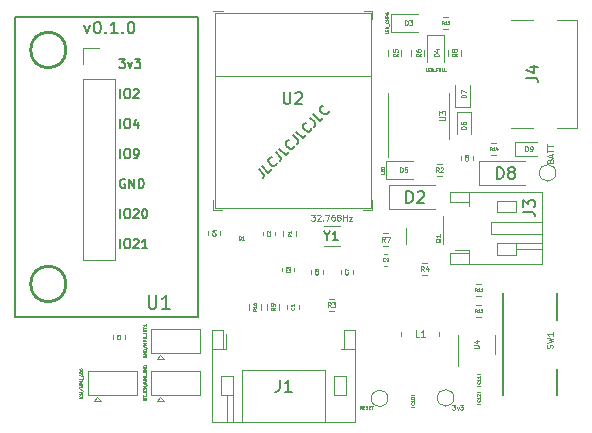
<source format=gbr>
%TF.GenerationSoftware,KiCad,Pcbnew,(6.0.2)*%
%TF.CreationDate,2022-03-17T07:21:37-04:00*%
%TF.ProjectId,ferrous_slime,66657272-6f75-4735-9f73-6c696d652e6b,v0.1.0*%
%TF.SameCoordinates,Original*%
%TF.FileFunction,Legend,Top*%
%TF.FilePolarity,Positive*%
%FSLAX46Y46*%
G04 Gerber Fmt 4.6, Leading zero omitted, Abs format (unit mm)*
G04 Created by KiCad (PCBNEW (6.0.2)) date 2022-03-17 07:21:37*
%MOMM*%
%LPD*%
G01*
G04 APERTURE LIST*
%ADD10C,0.200000*%
%ADD11C,0.150000*%
%ADD12C,0.050800*%
%ADD13C,0.060000*%
%ADD14C,0.076200*%
%ADD15C,0.127000*%
%ADD16C,0.100000*%
%ADD17C,0.152000*%
%ADD18C,0.088900*%
%ADD19C,0.120000*%
%ADD20C,0.203000*%
%ADD21C,0.254000*%
G04 APERTURE END LIST*
D10*
X56533857Y-31154714D02*
X56771952Y-31821380D01*
X57010047Y-31154714D01*
X57581476Y-30821380D02*
X57676714Y-30821380D01*
X57771952Y-30869000D01*
X57819571Y-30916619D01*
X57867190Y-31011857D01*
X57914809Y-31202333D01*
X57914809Y-31440428D01*
X57867190Y-31630904D01*
X57819571Y-31726142D01*
X57771952Y-31773761D01*
X57676714Y-31821380D01*
X57581476Y-31821380D01*
X57486238Y-31773761D01*
X57438619Y-31726142D01*
X57391000Y-31630904D01*
X57343380Y-31440428D01*
X57343380Y-31202333D01*
X57391000Y-31011857D01*
X57438619Y-30916619D01*
X57486238Y-30869000D01*
X57581476Y-30821380D01*
X58343380Y-31726142D02*
X58391000Y-31773761D01*
X58343380Y-31821380D01*
X58295761Y-31773761D01*
X58343380Y-31726142D01*
X58343380Y-31821380D01*
X59343380Y-31821380D02*
X58771952Y-31821380D01*
X59057666Y-31821380D02*
X59057666Y-30821380D01*
X58962428Y-30964238D01*
X58867190Y-31059476D01*
X58771952Y-31107095D01*
X59771952Y-31726142D02*
X59819571Y-31773761D01*
X59771952Y-31821380D01*
X59724333Y-31773761D01*
X59771952Y-31726142D01*
X59771952Y-31821380D01*
X60438619Y-30821380D02*
X60533857Y-30821380D01*
X60629095Y-30869000D01*
X60676714Y-30916619D01*
X60724333Y-31011857D01*
X60771952Y-31202333D01*
X60771952Y-31440428D01*
X60724333Y-31630904D01*
X60676714Y-31726142D01*
X60629095Y-31773761D01*
X60533857Y-31821380D01*
X60438619Y-31821380D01*
X60343380Y-31773761D01*
X60295761Y-31726142D01*
X60248142Y-31630904D01*
X60200523Y-31440428D01*
X60200523Y-31202333D01*
X60248142Y-31011857D01*
X60295761Y-30916619D01*
X60343380Y-30869000D01*
X60438619Y-30821380D01*
D11*
X71278479Y-43318551D02*
X71682540Y-43722612D01*
X71736415Y-43830362D01*
X71736415Y-43938112D01*
X71682540Y-44045861D01*
X71628666Y-44099736D01*
X72382913Y-43345489D02*
X72113539Y-43614863D01*
X71547853Y-43049177D01*
X72840849Y-42779803D02*
X72840849Y-42833678D01*
X72786974Y-42941428D01*
X72733099Y-42995302D01*
X72625350Y-43049177D01*
X72517600Y-43049177D01*
X72436788Y-43022240D01*
X72302101Y-42941428D01*
X72221289Y-42860615D01*
X72140476Y-42725928D01*
X72113539Y-42645116D01*
X72113539Y-42537367D01*
X72167414Y-42429617D01*
X72221289Y-42375742D01*
X72329038Y-42321867D01*
X72382913Y-42321867D01*
X72733099Y-41863932D02*
X73137160Y-42267993D01*
X73191035Y-42375742D01*
X73191035Y-42483492D01*
X73137160Y-42591241D01*
X73083285Y-42645116D01*
X73837533Y-41890869D02*
X73568159Y-42160243D01*
X73002473Y-41594558D01*
X74295468Y-41325184D02*
X74295468Y-41379058D01*
X74241594Y-41486808D01*
X74187719Y-41540683D01*
X74079969Y-41594558D01*
X73972220Y-41594558D01*
X73891407Y-41567620D01*
X73756720Y-41486808D01*
X73675908Y-41405996D01*
X73595096Y-41271309D01*
X73568159Y-41190497D01*
X73568159Y-41082747D01*
X73622033Y-40974997D01*
X73675908Y-40921123D01*
X73783658Y-40867248D01*
X73837533Y-40867248D01*
X74187719Y-40409312D02*
X74591780Y-40813373D01*
X74645655Y-40921123D01*
X74645655Y-41028872D01*
X74591780Y-41136622D01*
X74537905Y-41190497D01*
X75292152Y-40436249D02*
X75022778Y-40705623D01*
X74457093Y-40139938D01*
X75750088Y-39870564D02*
X75750088Y-39924439D01*
X75696213Y-40032188D01*
X75642338Y-40086063D01*
X75534589Y-40139938D01*
X75426839Y-40139938D01*
X75346027Y-40113001D01*
X75211340Y-40032188D01*
X75130528Y-39951376D01*
X75049716Y-39816689D01*
X75022778Y-39735877D01*
X75022778Y-39628127D01*
X75076653Y-39520378D01*
X75130528Y-39466503D01*
X75238277Y-39412628D01*
X75292152Y-39412628D01*
X75642338Y-38954692D02*
X76046399Y-39358753D01*
X76100274Y-39466503D01*
X76100274Y-39574253D01*
X76046399Y-39682002D01*
X75992525Y-39735877D01*
X76746772Y-38981630D02*
X76477398Y-39251004D01*
X75911712Y-38685318D01*
X77204708Y-38415944D02*
X77204708Y-38469819D01*
X77150833Y-38577569D01*
X77096958Y-38631443D01*
X76989209Y-38685318D01*
X76881459Y-38685318D01*
X76800647Y-38658381D01*
X76665960Y-38577569D01*
X76585148Y-38496756D01*
X76504335Y-38362069D01*
X76477398Y-38281257D01*
X76477398Y-38173508D01*
X76531273Y-38065758D01*
X76585148Y-38011883D01*
X76692897Y-37958008D01*
X76746772Y-37958008D01*
%TO.C,J1*%
X73072666Y-61174380D02*
X73072666Y-61888666D01*
X73025047Y-62031523D01*
X72929809Y-62126761D01*
X72786952Y-62174380D01*
X72691714Y-62174380D01*
X74072666Y-62174380D02*
X73501238Y-62174380D01*
X73786952Y-62174380D02*
X73786952Y-61174380D01*
X73691714Y-61317238D01*
X73596476Y-61412476D01*
X73501238Y-61460095D01*
D12*
%TO.C,R11*%
X89752714Y-53655894D02*
X89668047Y-53534942D01*
X89607571Y-53655894D02*
X89607571Y-53401894D01*
X89704333Y-53401894D01*
X89728523Y-53413990D01*
X89740619Y-53426085D01*
X89752714Y-53450275D01*
X89752714Y-53486561D01*
X89740619Y-53510751D01*
X89728523Y-53522847D01*
X89704333Y-53534942D01*
X89607571Y-53534942D01*
X89994619Y-53655894D02*
X89849476Y-53655894D01*
X89922047Y-53655894D02*
X89922047Y-53401894D01*
X89897857Y-53438180D01*
X89873666Y-53462370D01*
X89849476Y-53474466D01*
X90236523Y-53655894D02*
X90091380Y-53655894D01*
X90163952Y-53655894D02*
X90163952Y-53401894D01*
X90139761Y-53438180D01*
X90115571Y-53462370D01*
X90091380Y-53474466D01*
%TO.C,C10*%
X84418714Y-63102275D02*
X84430809Y-63114370D01*
X84442904Y-63150656D01*
X84442904Y-63174847D01*
X84430809Y-63211132D01*
X84406619Y-63235323D01*
X84382428Y-63247418D01*
X84334047Y-63259513D01*
X84297761Y-63259513D01*
X84249380Y-63247418D01*
X84225190Y-63235323D01*
X84201000Y-63211132D01*
X84188904Y-63174847D01*
X84188904Y-63150656D01*
X84201000Y-63114370D01*
X84213095Y-63102275D01*
X84442904Y-62860370D02*
X84442904Y-63005513D01*
X84442904Y-62932942D02*
X84188904Y-62932942D01*
X84225190Y-62957132D01*
X84249380Y-62981323D01*
X84261476Y-63005513D01*
X84188904Y-62703132D02*
X84188904Y-62678942D01*
X84201000Y-62654751D01*
X84213095Y-62642656D01*
X84237285Y-62630561D01*
X84285666Y-62618466D01*
X84346142Y-62618466D01*
X84394523Y-62630561D01*
X84418714Y-62642656D01*
X84430809Y-62654751D01*
X84442904Y-62678942D01*
X84442904Y-62703132D01*
X84430809Y-62727323D01*
X84418714Y-62739418D01*
X84394523Y-62751513D01*
X84346142Y-62763609D01*
X84285666Y-62763609D01*
X84237285Y-62751513D01*
X84213095Y-62739418D01*
X84201000Y-62727323D01*
X84188904Y-62703132D01*
%TO.C,R10*%
X71107904Y-55154285D02*
X70986952Y-55238952D01*
X71107904Y-55299428D02*
X70853904Y-55299428D01*
X70853904Y-55202666D01*
X70866000Y-55178476D01*
X70878095Y-55166380D01*
X70902285Y-55154285D01*
X70938571Y-55154285D01*
X70962761Y-55166380D01*
X70974857Y-55178476D01*
X70986952Y-55202666D01*
X70986952Y-55299428D01*
X71107904Y-54912380D02*
X71107904Y-55057523D01*
X71107904Y-54984952D02*
X70853904Y-54984952D01*
X70890190Y-55009142D01*
X70914380Y-55033333D01*
X70926476Y-55057523D01*
X70853904Y-54755142D02*
X70853904Y-54730952D01*
X70866000Y-54706761D01*
X70878095Y-54694666D01*
X70902285Y-54682571D01*
X70950666Y-54670476D01*
X71011142Y-54670476D01*
X71059523Y-54682571D01*
X71083714Y-54694666D01*
X71095809Y-54706761D01*
X71107904Y-54730952D01*
X71107904Y-54755142D01*
X71095809Y-54779333D01*
X71083714Y-54791428D01*
X71059523Y-54803523D01*
X71011142Y-54815619D01*
X70950666Y-54815619D01*
X70902285Y-54803523D01*
X70878095Y-54791428D01*
X70866000Y-54779333D01*
X70853904Y-54755142D01*
D13*
%TO.C,R3*%
X77403333Y-54991942D02*
X77270000Y-54801466D01*
X77174761Y-54991942D02*
X77174761Y-54591942D01*
X77327142Y-54591942D01*
X77365238Y-54610990D01*
X77384285Y-54630037D01*
X77403333Y-54668132D01*
X77403333Y-54725275D01*
X77384285Y-54763370D01*
X77365238Y-54782418D01*
X77327142Y-54801466D01*
X77174761Y-54801466D01*
X77536666Y-54591942D02*
X77784285Y-54591942D01*
X77650952Y-54744323D01*
X77708095Y-54744323D01*
X77746190Y-54763370D01*
X77765238Y-54782418D01*
X77784285Y-54820513D01*
X77784285Y-54915751D01*
X77765238Y-54953847D01*
X77746190Y-54972894D01*
X77708095Y-54991942D01*
X77593809Y-54991942D01*
X77555714Y-54972894D01*
X77536666Y-54953847D01*
D12*
%TO.C,C3*%
X73895857Y-51866800D02*
X73910371Y-51881314D01*
X73924885Y-51924857D01*
X73924885Y-51953885D01*
X73910371Y-51997428D01*
X73881342Y-52026457D01*
X73852314Y-52040971D01*
X73794257Y-52055485D01*
X73750714Y-52055485D01*
X73692657Y-52040971D01*
X73663628Y-52026457D01*
X73634600Y-51997428D01*
X73620085Y-51953885D01*
X73620085Y-51924857D01*
X73634600Y-51881314D01*
X73649114Y-51866800D01*
X73620085Y-51765200D02*
X73620085Y-51576514D01*
X73736200Y-51678114D01*
X73736200Y-51634571D01*
X73750714Y-51605542D01*
X73765228Y-51591028D01*
X73794257Y-51576514D01*
X73866828Y-51576514D01*
X73895857Y-51591028D01*
X73910371Y-51605542D01*
X73924885Y-51634571D01*
X73924885Y-51721657D01*
X73910371Y-51750685D01*
X73895857Y-51765200D01*
D14*
%TO.C,TP3*%
X87684428Y-63291357D02*
X87920285Y-63291357D01*
X87793285Y-63436500D01*
X87847714Y-63436500D01*
X87884000Y-63454642D01*
X87902142Y-63472785D01*
X87920285Y-63509071D01*
X87920285Y-63599785D01*
X87902142Y-63636071D01*
X87884000Y-63654214D01*
X87847714Y-63672357D01*
X87738857Y-63672357D01*
X87702571Y-63654214D01*
X87684428Y-63636071D01*
X88047285Y-63418357D02*
X88138000Y-63672357D01*
X88228714Y-63418357D01*
X88337571Y-63291357D02*
X88573428Y-63291357D01*
X88446428Y-63436500D01*
X88500857Y-63436500D01*
X88537142Y-63454642D01*
X88555285Y-63472785D01*
X88573428Y-63509071D01*
X88573428Y-63599785D01*
X88555285Y-63636071D01*
X88537142Y-63654214D01*
X88500857Y-63672357D01*
X88392000Y-63672357D01*
X88355714Y-63654214D01*
X88337571Y-63636071D01*
D13*
%TO.C,R9*%
X72697952Y-55057666D02*
X72507476Y-55191000D01*
X72697952Y-55286238D02*
X72297952Y-55286238D01*
X72297952Y-55133857D01*
X72317000Y-55095761D01*
X72336047Y-55076714D01*
X72374142Y-55057666D01*
X72431285Y-55057666D01*
X72469380Y-55076714D01*
X72488428Y-55095761D01*
X72507476Y-55133857D01*
X72507476Y-55286238D01*
X72697952Y-54867190D02*
X72697952Y-54791000D01*
X72678904Y-54752904D01*
X72659857Y-54733857D01*
X72602714Y-54695761D01*
X72526523Y-54676714D01*
X72374142Y-54676714D01*
X72336047Y-54695761D01*
X72317000Y-54714809D01*
X72297952Y-54752904D01*
X72297952Y-54829095D01*
X72317000Y-54867190D01*
X72336047Y-54886238D01*
X72374142Y-54905285D01*
X72469380Y-54905285D01*
X72507476Y-54886238D01*
X72526523Y-54867190D01*
X72545571Y-54829095D01*
X72545571Y-54752904D01*
X72526523Y-54714809D01*
X72507476Y-54695761D01*
X72469380Y-54676714D01*
%TO.C,R5*%
X83078952Y-33541656D02*
X82888476Y-33674990D01*
X83078952Y-33770228D02*
X82678952Y-33770228D01*
X82678952Y-33617847D01*
X82698000Y-33579751D01*
X82717047Y-33560704D01*
X82755142Y-33541656D01*
X82812285Y-33541656D01*
X82850380Y-33560704D01*
X82869428Y-33579751D01*
X82888476Y-33617847D01*
X82888476Y-33770228D01*
X82678952Y-33179751D02*
X82678952Y-33370228D01*
X82869428Y-33389275D01*
X82850380Y-33370228D01*
X82831333Y-33332132D01*
X82831333Y-33236894D01*
X82850380Y-33198799D01*
X82869428Y-33179751D01*
X82907523Y-33160704D01*
X83002761Y-33160704D01*
X83040857Y-33179751D01*
X83059904Y-33198799D01*
X83078952Y-33236894D01*
X83078952Y-33332132D01*
X83059904Y-33370228D01*
X83040857Y-33389275D01*
D12*
%TO.C,D5*%
X81902904Y-43597285D02*
X81902904Y-43718238D01*
X81648904Y-43718238D01*
X81769857Y-43512619D02*
X81769857Y-43427952D01*
X81902904Y-43391666D02*
X81902904Y-43512619D01*
X81648904Y-43512619D01*
X81648904Y-43391666D01*
X81902904Y-43282809D02*
X81648904Y-43282809D01*
X81648904Y-43222333D01*
X81661000Y-43186047D01*
X81685190Y-43161857D01*
X81709380Y-43149761D01*
X81757761Y-43137666D01*
X81794047Y-43137666D01*
X81842428Y-43149761D01*
X81866619Y-43161857D01*
X81890809Y-43186047D01*
X81902904Y-43222333D01*
X81902904Y-43282809D01*
D13*
X83270761Y-43561952D02*
X83270761Y-43161952D01*
X83366000Y-43161952D01*
X83423142Y-43181000D01*
X83461238Y-43219095D01*
X83480285Y-43257190D01*
X83499333Y-43333380D01*
X83499333Y-43390523D01*
X83480285Y-43466714D01*
X83461238Y-43504809D01*
X83423142Y-43542904D01*
X83366000Y-43561952D01*
X83270761Y-43561952D01*
X83861238Y-43161952D02*
X83670761Y-43161952D01*
X83651714Y-43352428D01*
X83670761Y-43333380D01*
X83708857Y-43314333D01*
X83804095Y-43314333D01*
X83842190Y-43333380D01*
X83861238Y-43352428D01*
X83880285Y-43390523D01*
X83880285Y-43485761D01*
X83861238Y-43523857D01*
X83842190Y-43542904D01*
X83804095Y-43561952D01*
X83708857Y-43561952D01*
X83670761Y-43542904D01*
X83651714Y-43523857D01*
D12*
%TO.C,TP1*%
X80022095Y-63614904D02*
X79937428Y-63493952D01*
X79876952Y-63614904D02*
X79876952Y-63360904D01*
X79973714Y-63360904D01*
X79997904Y-63373000D01*
X80010000Y-63385095D01*
X80022095Y-63409285D01*
X80022095Y-63445571D01*
X80010000Y-63469761D01*
X79997904Y-63481857D01*
X79973714Y-63493952D01*
X79876952Y-63493952D01*
X80130952Y-63481857D02*
X80215619Y-63481857D01*
X80251904Y-63614904D02*
X80130952Y-63614904D01*
X80130952Y-63360904D01*
X80251904Y-63360904D01*
X80348666Y-63602809D02*
X80384952Y-63614904D01*
X80445428Y-63614904D01*
X80469619Y-63602809D01*
X80481714Y-63590714D01*
X80493809Y-63566523D01*
X80493809Y-63542333D01*
X80481714Y-63518142D01*
X80469619Y-63506047D01*
X80445428Y-63493952D01*
X80397047Y-63481857D01*
X80372857Y-63469761D01*
X80360761Y-63457666D01*
X80348666Y-63433476D01*
X80348666Y-63409285D01*
X80360761Y-63385095D01*
X80372857Y-63373000D01*
X80397047Y-63360904D01*
X80457523Y-63360904D01*
X80493809Y-63373000D01*
X80602666Y-63481857D02*
X80687333Y-63481857D01*
X80723619Y-63614904D02*
X80602666Y-63614904D01*
X80602666Y-63360904D01*
X80723619Y-63360904D01*
X80796190Y-63360904D02*
X80941333Y-63360904D01*
X80868761Y-63614904D02*
X80868761Y-63360904D01*
%TO.C,D3*%
X82283904Y-31709095D02*
X82283904Y-31830047D01*
X82029904Y-31830047D01*
X82150857Y-31624428D02*
X82150857Y-31539761D01*
X82283904Y-31503476D02*
X82283904Y-31624428D01*
X82029904Y-31624428D01*
X82029904Y-31503476D01*
X82283904Y-31394619D02*
X82029904Y-31394619D01*
X82029904Y-31334142D01*
X82042000Y-31297857D01*
X82066190Y-31273666D01*
X82090380Y-31261571D01*
X82138761Y-31249476D01*
X82175047Y-31249476D01*
X82223428Y-31261571D01*
X82247619Y-31273666D01*
X82271809Y-31297857D01*
X82283904Y-31334142D01*
X82283904Y-31394619D01*
X82308095Y-31201095D02*
X82308095Y-31007571D01*
X82259714Y-30801952D02*
X82271809Y-30814047D01*
X82283904Y-30850333D01*
X82283904Y-30874523D01*
X82271809Y-30910809D01*
X82247619Y-30935000D01*
X82223428Y-30947095D01*
X82175047Y-30959190D01*
X82138761Y-30959190D01*
X82090380Y-30947095D01*
X82066190Y-30935000D01*
X82042000Y-30910809D01*
X82029904Y-30874523D01*
X82029904Y-30850333D01*
X82042000Y-30814047D01*
X82054095Y-30801952D01*
X82283904Y-30693095D02*
X82029904Y-30693095D01*
X82150857Y-30693095D02*
X82150857Y-30547952D01*
X82283904Y-30547952D02*
X82029904Y-30547952D01*
X82283904Y-30281857D02*
X82162952Y-30366523D01*
X82283904Y-30427000D02*
X82029904Y-30427000D01*
X82029904Y-30330238D01*
X82042000Y-30306047D01*
X82054095Y-30293952D01*
X82078285Y-30281857D01*
X82114571Y-30281857D01*
X82138761Y-30293952D01*
X82150857Y-30306047D01*
X82162952Y-30330238D01*
X82162952Y-30427000D01*
X82042000Y-30039952D02*
X82029904Y-30064142D01*
X82029904Y-30100428D01*
X82042000Y-30136714D01*
X82066190Y-30160904D01*
X82090380Y-30173000D01*
X82138761Y-30185095D01*
X82175047Y-30185095D01*
X82223428Y-30173000D01*
X82247619Y-30160904D01*
X82271809Y-30136714D01*
X82283904Y-30100428D01*
X82283904Y-30076238D01*
X82271809Y-30039952D01*
X82259714Y-30027857D01*
X82175047Y-30027857D01*
X82175047Y-30076238D01*
D13*
X83685772Y-31115942D02*
X83685772Y-30715942D01*
X83781011Y-30715942D01*
X83838153Y-30734990D01*
X83876249Y-30773085D01*
X83895296Y-30811180D01*
X83914344Y-30887370D01*
X83914344Y-30944513D01*
X83895296Y-31020704D01*
X83876249Y-31058799D01*
X83838153Y-31096894D01*
X83781011Y-31115942D01*
X83685772Y-31115942D01*
X84047677Y-30715942D02*
X84295296Y-30715942D01*
X84161963Y-30868323D01*
X84219106Y-30868323D01*
X84257201Y-30887370D01*
X84276249Y-30906418D01*
X84295296Y-30944513D01*
X84295296Y-31039751D01*
X84276249Y-31077847D01*
X84257201Y-31096894D01*
X84219106Y-31115942D01*
X84104820Y-31115942D01*
X84066725Y-31096894D01*
X84047677Y-31077847D01*
%TO.C,R7*%
X81975333Y-49456952D02*
X81842000Y-49266476D01*
X81746761Y-49456952D02*
X81746761Y-49056952D01*
X81899142Y-49056952D01*
X81937238Y-49076000D01*
X81956285Y-49095047D01*
X81975333Y-49133142D01*
X81975333Y-49190285D01*
X81956285Y-49228380D01*
X81937238Y-49247428D01*
X81899142Y-49266476D01*
X81746761Y-49266476D01*
X82108666Y-49056952D02*
X82375333Y-49056952D01*
X82203904Y-49456952D01*
%TO.C,Q1*%
X86706047Y-49187095D02*
X86687000Y-49225190D01*
X86648904Y-49263285D01*
X86591761Y-49320428D01*
X86572714Y-49358523D01*
X86572714Y-49396619D01*
X86667952Y-49377571D02*
X86648904Y-49415666D01*
X86610809Y-49453761D01*
X86534619Y-49472809D01*
X86401285Y-49472809D01*
X86325095Y-49453761D01*
X86287000Y-49415666D01*
X86267952Y-49377571D01*
X86267952Y-49301380D01*
X86287000Y-49263285D01*
X86325095Y-49225190D01*
X86401285Y-49206142D01*
X86534619Y-49206142D01*
X86610809Y-49225190D01*
X86648904Y-49263285D01*
X86667952Y-49301380D01*
X86667952Y-49377571D01*
X86667952Y-48825190D02*
X86667952Y-49053761D01*
X86667952Y-48939476D02*
X86267952Y-48939476D01*
X86325095Y-48977571D01*
X86363190Y-49015666D01*
X86382238Y-49053761D01*
D11*
%TO.C,D2*%
X83793904Y-46172380D02*
X83793904Y-45172380D01*
X84032000Y-45172380D01*
X84174857Y-45220000D01*
X84270095Y-45315238D01*
X84317714Y-45410476D01*
X84365333Y-45600952D01*
X84365333Y-45743809D01*
X84317714Y-45934285D01*
X84270095Y-46029523D01*
X84174857Y-46124761D01*
X84032000Y-46172380D01*
X83793904Y-46172380D01*
X84746285Y-45267619D02*
X84793904Y-45220000D01*
X84889142Y-45172380D01*
X85127238Y-45172380D01*
X85222476Y-45220000D01*
X85270095Y-45267619D01*
X85317714Y-45362857D01*
X85317714Y-45458095D01*
X85270095Y-45600952D01*
X84698666Y-46172380D01*
X85317714Y-46172380D01*
D13*
%TO.C,R4*%
X85277333Y-51943952D02*
X85144000Y-51753476D01*
X85048761Y-51943952D02*
X85048761Y-51543952D01*
X85201142Y-51543952D01*
X85239238Y-51563000D01*
X85258285Y-51582047D01*
X85277333Y-51620142D01*
X85277333Y-51677285D01*
X85258285Y-51715380D01*
X85239238Y-51734428D01*
X85201142Y-51753476D01*
X85048761Y-51753476D01*
X85620190Y-51677285D02*
X85620190Y-51943952D01*
X85524952Y-51524904D02*
X85429714Y-51810619D01*
X85677333Y-51810619D01*
D12*
%TO.C,C9*%
X81991200Y-51109847D02*
X81976685Y-51124361D01*
X81933142Y-51138875D01*
X81904114Y-51138875D01*
X81860571Y-51124361D01*
X81831542Y-51095332D01*
X81817028Y-51066304D01*
X81802514Y-51008247D01*
X81802514Y-50964704D01*
X81817028Y-50906647D01*
X81831542Y-50877618D01*
X81860571Y-50848590D01*
X81904114Y-50834075D01*
X81933142Y-50834075D01*
X81976685Y-50848590D01*
X81991200Y-50863104D01*
X82136342Y-51138875D02*
X82194400Y-51138875D01*
X82223428Y-51124361D01*
X82237942Y-51109847D01*
X82266971Y-51066304D01*
X82281485Y-51008247D01*
X82281485Y-50892132D01*
X82266971Y-50863104D01*
X82252457Y-50848590D01*
X82223428Y-50834075D01*
X82165371Y-50834075D01*
X82136342Y-50848590D01*
X82121828Y-50863104D01*
X82107314Y-50892132D01*
X82107314Y-50964704D01*
X82121828Y-50993732D01*
X82136342Y-51008247D01*
X82165371Y-51022761D01*
X82223428Y-51022761D01*
X82252457Y-51008247D01*
X82266971Y-50993732D01*
X82281485Y-50964704D01*
%TO.C,C5*%
X59526714Y-57573333D02*
X59538809Y-57585428D01*
X59550904Y-57621714D01*
X59550904Y-57645904D01*
X59538809Y-57682190D01*
X59514619Y-57706380D01*
X59490428Y-57718476D01*
X59442047Y-57730571D01*
X59405761Y-57730571D01*
X59357380Y-57718476D01*
X59333190Y-57706380D01*
X59309000Y-57682190D01*
X59296904Y-57645904D01*
X59296904Y-57621714D01*
X59309000Y-57585428D01*
X59321095Y-57573333D01*
X59296904Y-57343523D02*
X59296904Y-57464476D01*
X59417857Y-57476571D01*
X59405761Y-57464476D01*
X59393666Y-57440285D01*
X59393666Y-57379809D01*
X59405761Y-57355619D01*
X59417857Y-57343523D01*
X59442047Y-57331428D01*
X59502523Y-57331428D01*
X59526714Y-57343523D01*
X59538809Y-57355619D01*
X59550904Y-57379809D01*
X59550904Y-57440285D01*
X59538809Y-57464476D01*
X59526714Y-57476571D01*
D14*
%TO.C,Y1*%
X75740380Y-47166789D02*
X76054857Y-47166789D01*
X75885523Y-47360313D01*
X75958095Y-47360313D01*
X76006476Y-47384503D01*
X76030666Y-47408694D01*
X76054857Y-47457075D01*
X76054857Y-47578027D01*
X76030666Y-47626408D01*
X76006476Y-47650599D01*
X75958095Y-47674789D01*
X75812952Y-47674789D01*
X75764571Y-47650599D01*
X75740380Y-47626408D01*
X76248380Y-47215170D02*
X76272571Y-47190980D01*
X76320952Y-47166789D01*
X76441904Y-47166789D01*
X76490285Y-47190980D01*
X76514476Y-47215170D01*
X76538666Y-47263551D01*
X76538666Y-47311932D01*
X76514476Y-47384503D01*
X76224190Y-47674789D01*
X76538666Y-47674789D01*
X76756380Y-47626408D02*
X76780571Y-47650599D01*
X76756380Y-47674789D01*
X76732190Y-47650599D01*
X76756380Y-47626408D01*
X76756380Y-47674789D01*
X76949904Y-47166789D02*
X77288571Y-47166789D01*
X77070857Y-47674789D01*
X77699809Y-47166789D02*
X77603047Y-47166789D01*
X77554666Y-47190980D01*
X77530476Y-47215170D01*
X77482095Y-47287741D01*
X77457904Y-47384503D01*
X77457904Y-47578027D01*
X77482095Y-47626408D01*
X77506285Y-47650599D01*
X77554666Y-47674789D01*
X77651428Y-47674789D01*
X77699809Y-47650599D01*
X77724000Y-47626408D01*
X77748190Y-47578027D01*
X77748190Y-47457075D01*
X77724000Y-47408694D01*
X77699809Y-47384503D01*
X77651428Y-47360313D01*
X77554666Y-47360313D01*
X77506285Y-47384503D01*
X77482095Y-47408694D01*
X77457904Y-47457075D01*
X78038476Y-47384503D02*
X77990095Y-47360313D01*
X77965904Y-47336122D01*
X77941714Y-47287741D01*
X77941714Y-47263551D01*
X77965904Y-47215170D01*
X77990095Y-47190980D01*
X78038476Y-47166789D01*
X78135238Y-47166789D01*
X78183619Y-47190980D01*
X78207809Y-47215170D01*
X78232000Y-47263551D01*
X78232000Y-47287741D01*
X78207809Y-47336122D01*
X78183619Y-47360313D01*
X78135238Y-47384503D01*
X78038476Y-47384503D01*
X77990095Y-47408694D01*
X77965904Y-47432884D01*
X77941714Y-47481265D01*
X77941714Y-47578027D01*
X77965904Y-47626408D01*
X77990095Y-47650599D01*
X78038476Y-47674789D01*
X78135238Y-47674789D01*
X78183619Y-47650599D01*
X78207809Y-47626408D01*
X78232000Y-47578027D01*
X78232000Y-47481265D01*
X78207809Y-47432884D01*
X78183619Y-47408694D01*
X78135238Y-47384503D01*
X78449714Y-47674789D02*
X78449714Y-47166789D01*
X78449714Y-47408694D02*
X78740000Y-47408694D01*
X78740000Y-47674789D02*
X78740000Y-47166789D01*
X78933523Y-47336122D02*
X79199619Y-47336122D01*
X78933523Y-47674789D01*
X79199619Y-47674789D01*
D15*
X77107142Y-48950837D02*
X77107142Y-49313694D01*
X76853142Y-48551694D02*
X77107142Y-48950837D01*
X77361142Y-48551694D01*
X78014285Y-49313694D02*
X77578857Y-49313694D01*
X77796571Y-49313694D02*
X77796571Y-48551694D01*
X77724000Y-48660551D01*
X77651428Y-48733122D01*
X77578857Y-48769408D01*
D13*
%TO.C,U4*%
X89527574Y-58470761D02*
X89851383Y-58470761D01*
X89889479Y-58451714D01*
X89908526Y-58432666D01*
X89927574Y-58394571D01*
X89927574Y-58318380D01*
X89908526Y-58280285D01*
X89889479Y-58261238D01*
X89851383Y-58242190D01*
X89527574Y-58242190D01*
X89660907Y-57880285D02*
X89927574Y-57880285D01*
X89508526Y-57975523D02*
X89794241Y-58070761D01*
X89794241Y-57823142D01*
D11*
%TO.C,J3*%
X93686380Y-46942333D02*
X94400666Y-46942333D01*
X94543523Y-46989952D01*
X94638761Y-47085190D01*
X94686380Y-47228047D01*
X94686380Y-47323285D01*
X93686380Y-46561380D02*
X93686380Y-45942333D01*
X94067333Y-46275666D01*
X94067333Y-46132809D01*
X94114952Y-46037571D01*
X94162571Y-45989952D01*
X94257809Y-45942333D01*
X94495904Y-45942333D01*
X94591142Y-45989952D01*
X94638761Y-46037571D01*
X94686380Y-46132809D01*
X94686380Y-46418523D01*
X94638761Y-46513761D01*
X94591142Y-46561380D01*
D12*
%TO.C,R12*%
X89752714Y-55433894D02*
X89668047Y-55312942D01*
X89607571Y-55433894D02*
X89607571Y-55179894D01*
X89704333Y-55179894D01*
X89728523Y-55191990D01*
X89740619Y-55204085D01*
X89752714Y-55228275D01*
X89752714Y-55264561D01*
X89740619Y-55288751D01*
X89728523Y-55300847D01*
X89704333Y-55312942D01*
X89607571Y-55312942D01*
X89994619Y-55433894D02*
X89849476Y-55433894D01*
X89922047Y-55433894D02*
X89922047Y-55179894D01*
X89897857Y-55216180D01*
X89873666Y-55240370D01*
X89849476Y-55252466D01*
X90091380Y-55204085D02*
X90103476Y-55191990D01*
X90127666Y-55179894D01*
X90188142Y-55179894D01*
X90212333Y-55191990D01*
X90224428Y-55204085D01*
X90236523Y-55228275D01*
X90236523Y-55252466D01*
X90224428Y-55288751D01*
X90079285Y-55433894D01*
X90236523Y-55433894D01*
%TO.C,C1*%
X74276857Y-55041800D02*
X74291371Y-55056314D01*
X74305885Y-55099857D01*
X74305885Y-55128885D01*
X74291371Y-55172428D01*
X74262342Y-55201457D01*
X74233314Y-55215971D01*
X74175257Y-55230485D01*
X74131714Y-55230485D01*
X74073657Y-55215971D01*
X74044628Y-55201457D01*
X74015600Y-55172428D01*
X74001085Y-55128885D01*
X74001085Y-55099857D01*
X74015600Y-55056314D01*
X74030114Y-55041800D01*
X74305885Y-54751514D02*
X74305885Y-54925685D01*
X74305885Y-54838600D02*
X74001085Y-54838600D01*
X74044628Y-54867628D01*
X74073657Y-54896657D01*
X74088171Y-54925685D01*
D13*
%TO.C,R8*%
X88064952Y-33531674D02*
X87874476Y-33665008D01*
X88064952Y-33760246D02*
X87664952Y-33760246D01*
X87664952Y-33607865D01*
X87684000Y-33569769D01*
X87703047Y-33550722D01*
X87741142Y-33531674D01*
X87798285Y-33531674D01*
X87836380Y-33550722D01*
X87855428Y-33569769D01*
X87874476Y-33607865D01*
X87874476Y-33760246D01*
X87836380Y-33303103D02*
X87817333Y-33341198D01*
X87798285Y-33360246D01*
X87760190Y-33379293D01*
X87741142Y-33379293D01*
X87703047Y-33360246D01*
X87684000Y-33341198D01*
X87664952Y-33303103D01*
X87664952Y-33226912D01*
X87684000Y-33188817D01*
X87703047Y-33169769D01*
X87741142Y-33150722D01*
X87760190Y-33150722D01*
X87798285Y-33169769D01*
X87817333Y-33188817D01*
X87836380Y-33226912D01*
X87836380Y-33303103D01*
X87855428Y-33341198D01*
X87874476Y-33360246D01*
X87912571Y-33379293D01*
X87988761Y-33379293D01*
X88026857Y-33360246D01*
X88045904Y-33341198D01*
X88064952Y-33303103D01*
X88064952Y-33226912D01*
X88045904Y-33188817D01*
X88026857Y-33169769D01*
X87988761Y-33150722D01*
X87912571Y-33150722D01*
X87874476Y-33169769D01*
X87855428Y-33188817D01*
X87836380Y-33226912D01*
D12*
%TO.C,D4*%
X85558840Y-35026511D02*
X85437888Y-35026511D01*
X85437888Y-34772511D01*
X85643507Y-34893464D02*
X85728173Y-34893464D01*
X85764459Y-35026511D02*
X85643507Y-35026511D01*
X85643507Y-34772511D01*
X85764459Y-34772511D01*
X85873316Y-35026511D02*
X85873316Y-34772511D01*
X85933792Y-34772511D01*
X85970078Y-34784607D01*
X85994269Y-34808797D01*
X86006364Y-34832987D01*
X86018459Y-34881368D01*
X86018459Y-34917654D01*
X86006364Y-34966035D01*
X85994269Y-34990226D01*
X85970078Y-35014416D01*
X85933792Y-35026511D01*
X85873316Y-35026511D01*
X86066840Y-35050702D02*
X86260364Y-35050702D01*
X86405507Y-34893464D02*
X86320840Y-34893464D01*
X86320840Y-35026511D02*
X86320840Y-34772511D01*
X86441792Y-34772511D01*
X86538554Y-34772511D02*
X86538554Y-34978130D01*
X86550650Y-35002321D01*
X86562745Y-35014416D01*
X86586935Y-35026511D01*
X86635316Y-35026511D01*
X86659507Y-35014416D01*
X86671602Y-35002321D01*
X86683697Y-34978130D01*
X86683697Y-34772511D01*
X86925602Y-35026511D02*
X86804650Y-35026511D01*
X86804650Y-34772511D01*
X87131221Y-35026511D02*
X87010269Y-35026511D01*
X87010269Y-34772511D01*
D13*
X86532357Y-33730703D02*
X86151357Y-33730703D01*
X86151357Y-33639989D01*
X86169500Y-33585560D01*
X86205785Y-33549274D01*
X86242071Y-33531131D01*
X86314642Y-33512989D01*
X86369071Y-33512989D01*
X86441642Y-33531131D01*
X86477928Y-33549274D01*
X86514214Y-33585560D01*
X86532357Y-33639989D01*
X86532357Y-33730703D01*
X86278357Y-33186417D02*
X86532357Y-33186417D01*
X86133214Y-33277131D02*
X86405357Y-33367846D01*
X86405357Y-33131989D01*
%TO.C,D7*%
X88826952Y-37252238D02*
X88426952Y-37252238D01*
X88426952Y-37157000D01*
X88446000Y-37099857D01*
X88484095Y-37061761D01*
X88522190Y-37042714D01*
X88598380Y-37023666D01*
X88655523Y-37023666D01*
X88731714Y-37042714D01*
X88769809Y-37061761D01*
X88807904Y-37099857D01*
X88826952Y-37157000D01*
X88826952Y-37252238D01*
X88426952Y-36890333D02*
X88426952Y-36623666D01*
X88826952Y-36795095D01*
%TO.C,D6*%
X88826952Y-39919238D02*
X88426952Y-39919238D01*
X88426952Y-39824000D01*
X88446000Y-39766857D01*
X88484095Y-39728761D01*
X88522190Y-39709714D01*
X88598380Y-39690666D01*
X88655523Y-39690666D01*
X88731714Y-39709714D01*
X88769809Y-39728761D01*
X88807904Y-39766857D01*
X88826952Y-39824000D01*
X88826952Y-39919238D01*
X88426952Y-39347809D02*
X88426952Y-39424000D01*
X88446000Y-39462095D01*
X88465047Y-39481142D01*
X88522190Y-39519238D01*
X88598380Y-39538285D01*
X88750761Y-39538285D01*
X88788857Y-39519238D01*
X88807904Y-39500190D01*
X88826952Y-39462095D01*
X88826952Y-39385904D01*
X88807904Y-39347809D01*
X88788857Y-39328761D01*
X88750761Y-39309714D01*
X88655523Y-39309714D01*
X88617428Y-39328761D01*
X88598380Y-39347809D01*
X88579333Y-39385904D01*
X88579333Y-39462095D01*
X88598380Y-39500190D01*
X88617428Y-39519238D01*
X88655523Y-39538285D01*
D11*
%TO.C,D8*%
X91463904Y-44140380D02*
X91463904Y-43140380D01*
X91702000Y-43140380D01*
X91844857Y-43188000D01*
X91940095Y-43283238D01*
X91987714Y-43378476D01*
X92035333Y-43568952D01*
X92035333Y-43711809D01*
X91987714Y-43902285D01*
X91940095Y-43997523D01*
X91844857Y-44092761D01*
X91702000Y-44140380D01*
X91463904Y-44140380D01*
X92606761Y-43568952D02*
X92511523Y-43521333D01*
X92463904Y-43473714D01*
X92416285Y-43378476D01*
X92416285Y-43330857D01*
X92463904Y-43235619D01*
X92511523Y-43188000D01*
X92606761Y-43140380D01*
X92797238Y-43140380D01*
X92892476Y-43188000D01*
X92940095Y-43235619D01*
X92987714Y-43330857D01*
X92987714Y-43378476D01*
X92940095Y-43473714D01*
X92892476Y-43521333D01*
X92797238Y-43568952D01*
X92606761Y-43568952D01*
X92511523Y-43616571D01*
X92463904Y-43664190D01*
X92416285Y-43759428D01*
X92416285Y-43949904D01*
X92463904Y-44045142D01*
X92511523Y-44092761D01*
X92606761Y-44140380D01*
X92797238Y-44140380D01*
X92892476Y-44092761D01*
X92940095Y-44045142D01*
X92987714Y-43949904D01*
X92987714Y-43759428D01*
X92940095Y-43664190D01*
X92892476Y-43616571D01*
X92797238Y-43568952D01*
D16*
%TO.C,SW1*%
X96168381Y-58479657D02*
X96192191Y-58408229D01*
X96192191Y-58289181D01*
X96168381Y-58241562D01*
X96144572Y-58217752D01*
X96096953Y-58193943D01*
X96049334Y-58193943D01*
X96001715Y-58217752D01*
X95977905Y-58241562D01*
X95954096Y-58289181D01*
X95930286Y-58384419D01*
X95906477Y-58432038D01*
X95882667Y-58455848D01*
X95835048Y-58479657D01*
X95787429Y-58479657D01*
X95739810Y-58455848D01*
X95716001Y-58432038D01*
X95692191Y-58384419D01*
X95692191Y-58265371D01*
X95716001Y-58193943D01*
X95692191Y-58027276D02*
X96192191Y-57908229D01*
X95835048Y-57812991D01*
X96192191Y-57717752D01*
X95692191Y-57598705D01*
X96192191Y-57146324D02*
X96192191Y-57432038D01*
X96192191Y-57289181D02*
X95692191Y-57289181D01*
X95763620Y-57336800D01*
X95811239Y-57384419D01*
X95835048Y-57432038D01*
D11*
%TO.C,U2*%
X73406162Y-36790380D02*
X73406162Y-37599904D01*
X73453781Y-37695142D01*
X73501400Y-37742761D01*
X73596638Y-37790380D01*
X73787114Y-37790380D01*
X73882352Y-37742761D01*
X73929971Y-37695142D01*
X73977590Y-37599904D01*
X73977590Y-36790380D01*
X74406162Y-36885619D02*
X74453781Y-36838000D01*
X74549019Y-36790380D01*
X74787114Y-36790380D01*
X74882352Y-36838000D01*
X74929971Y-36885619D01*
X74977590Y-36980857D01*
X74977590Y-37076095D01*
X74929971Y-37218952D01*
X74358543Y-37790380D01*
X74977590Y-37790380D01*
D12*
%TO.C,JP1*%
X56375904Y-62731952D02*
X56121904Y-62731952D01*
X56351714Y-62465857D02*
X56363809Y-62477952D01*
X56375904Y-62514238D01*
X56375904Y-62538428D01*
X56363809Y-62574714D01*
X56339619Y-62598904D01*
X56315428Y-62611000D01*
X56267047Y-62623095D01*
X56230761Y-62623095D01*
X56182380Y-62611000D01*
X56158190Y-62598904D01*
X56134000Y-62574714D01*
X56121904Y-62538428D01*
X56121904Y-62514238D01*
X56134000Y-62477952D01*
X56146095Y-62465857D01*
X56375904Y-62357000D02*
X56121904Y-62357000D01*
X56303333Y-62272333D01*
X56121904Y-62187666D01*
X56375904Y-62187666D01*
X56109809Y-61885285D02*
X56436380Y-62103000D01*
X56375904Y-61800619D02*
X56121904Y-61800619D01*
X56303333Y-61715952D01*
X56121904Y-61631285D01*
X56375904Y-61631285D01*
X56375904Y-61510333D02*
X56121904Y-61510333D01*
X56121904Y-61413571D01*
X56134000Y-61389380D01*
X56146095Y-61377285D01*
X56170285Y-61365190D01*
X56206571Y-61365190D01*
X56230761Y-61377285D01*
X56242857Y-61389380D01*
X56254952Y-61413571D01*
X56254952Y-61510333D01*
X56121904Y-61256333D02*
X56327523Y-61256333D01*
X56351714Y-61244238D01*
X56363809Y-61232142D01*
X56375904Y-61207952D01*
X56375904Y-61159571D01*
X56363809Y-61135380D01*
X56351714Y-61123285D01*
X56327523Y-61111190D01*
X56121904Y-61111190D01*
X56400095Y-61050714D02*
X56400095Y-60857190D01*
X56303333Y-60808809D02*
X56303333Y-60687857D01*
X56375904Y-60833000D02*
X56121904Y-60748333D01*
X56375904Y-60663666D01*
X56375904Y-60579000D02*
X56121904Y-60579000D01*
X56121904Y-60518523D01*
X56134000Y-60482238D01*
X56158190Y-60458047D01*
X56182380Y-60445952D01*
X56230761Y-60433857D01*
X56267047Y-60433857D01*
X56315428Y-60445952D01*
X56339619Y-60458047D01*
X56363809Y-60482238D01*
X56375904Y-60518523D01*
X56375904Y-60579000D01*
X56121904Y-60276619D02*
X56121904Y-60252428D01*
X56134000Y-60228238D01*
X56146095Y-60216142D01*
X56170285Y-60204047D01*
X56218666Y-60191952D01*
X56279142Y-60191952D01*
X56327523Y-60204047D01*
X56351714Y-60216142D01*
X56363809Y-60228238D01*
X56375904Y-60252428D01*
X56375904Y-60276619D01*
X56363809Y-60300809D01*
X56351714Y-60312904D01*
X56327523Y-60325000D01*
X56279142Y-60337095D01*
X56218666Y-60337095D01*
X56170285Y-60325000D01*
X56146095Y-60312904D01*
X56134000Y-60300809D01*
X56121904Y-60276619D01*
D11*
%TO.C,J4*%
X93940380Y-35586323D02*
X94654666Y-35586323D01*
X94797523Y-35633942D01*
X94892761Y-35729180D01*
X94940380Y-35872037D01*
X94940380Y-35967275D01*
X94273714Y-34681561D02*
X94940380Y-34681561D01*
X93892761Y-34919656D02*
X94607047Y-35157751D01*
X94607047Y-34538704D01*
D17*
%TO.C,U1*%
X61965942Y-53984071D02*
X61965942Y-54909357D01*
X62020371Y-55018214D01*
X62074800Y-55072642D01*
X62183657Y-55127071D01*
X62401371Y-55127071D01*
X62510228Y-55072642D01*
X62564657Y-55018214D01*
X62619085Y-54909357D01*
X62619085Y-53984071D01*
X63762085Y-55127071D02*
X63108942Y-55127071D01*
X63435514Y-55127071D02*
X63435514Y-53984071D01*
X63326657Y-54147357D01*
X63217800Y-54256214D01*
X63108942Y-54310642D01*
D14*
%TO.C,TP2*%
X95975714Y-42605476D02*
X95999904Y-42532904D01*
X96024095Y-42508714D01*
X96072476Y-42484523D01*
X96145047Y-42484523D01*
X96193428Y-42508714D01*
X96217619Y-42532904D01*
X96241809Y-42581285D01*
X96241809Y-42774809D01*
X95733809Y-42774809D01*
X95733809Y-42605476D01*
X95758000Y-42557095D01*
X95782190Y-42532904D01*
X95830571Y-42508714D01*
X95878952Y-42508714D01*
X95927333Y-42532904D01*
X95951523Y-42557095D01*
X95975714Y-42605476D01*
X95975714Y-42774809D01*
X96096666Y-42291000D02*
X96096666Y-42049095D01*
X96241809Y-42339380D02*
X95733809Y-42170047D01*
X96241809Y-42000714D01*
X95733809Y-41903952D02*
X95733809Y-41613666D01*
X96241809Y-41758809D02*
X95733809Y-41758809D01*
X95733809Y-41516904D02*
X95733809Y-41226619D01*
X96241809Y-41371761D02*
X95733809Y-41371761D01*
D12*
%TO.C,C12*%
X89993709Y-62848275D02*
X90005804Y-62860370D01*
X90017899Y-62896656D01*
X90017899Y-62920847D01*
X90005804Y-62957132D01*
X89981614Y-62981323D01*
X89957423Y-62993418D01*
X89909042Y-63005513D01*
X89872756Y-63005513D01*
X89824375Y-62993418D01*
X89800185Y-62981323D01*
X89775995Y-62957132D01*
X89763899Y-62920847D01*
X89763899Y-62896656D01*
X89775995Y-62860370D01*
X89788090Y-62848275D01*
X90017899Y-62606370D02*
X90017899Y-62751513D01*
X90017899Y-62678942D02*
X89763899Y-62678942D01*
X89800185Y-62703132D01*
X89824375Y-62727323D01*
X89836471Y-62751513D01*
X89788090Y-62509609D02*
X89775995Y-62497513D01*
X89763899Y-62473323D01*
X89763899Y-62412847D01*
X89775995Y-62388656D01*
X89788090Y-62376561D01*
X89812280Y-62364466D01*
X89836471Y-62364466D01*
X89872756Y-62376561D01*
X90017899Y-62521704D01*
X90017899Y-62364466D01*
D13*
%TO.C,D9*%
X93875315Y-41784825D02*
X93875315Y-41384825D01*
X93970554Y-41384825D01*
X94027696Y-41403873D01*
X94065792Y-41441968D01*
X94084839Y-41480063D01*
X94103887Y-41556253D01*
X94103887Y-41613396D01*
X94084839Y-41689587D01*
X94065792Y-41727682D01*
X94027696Y-41765777D01*
X93970554Y-41784825D01*
X93875315Y-41784825D01*
X94294363Y-41784825D02*
X94370554Y-41784825D01*
X94408649Y-41765777D01*
X94427696Y-41746730D01*
X94465792Y-41689587D01*
X94484839Y-41613396D01*
X94484839Y-41461015D01*
X94465792Y-41422920D01*
X94446744Y-41403873D01*
X94408649Y-41384825D01*
X94332458Y-41384825D01*
X94294363Y-41403873D01*
X94275315Y-41422920D01*
X94256268Y-41461015D01*
X94256268Y-41556253D01*
X94275315Y-41594349D01*
X94294363Y-41613396D01*
X94332458Y-41632444D01*
X94408649Y-41632444D01*
X94446744Y-41613396D01*
X94465792Y-41594349D01*
X94484839Y-41556253D01*
D12*
%TO.C,R1*%
X74051885Y-48818800D02*
X73906742Y-48920400D01*
X74051885Y-48992971D02*
X73747085Y-48992971D01*
X73747085Y-48876857D01*
X73761600Y-48847828D01*
X73776114Y-48833314D01*
X73805142Y-48818800D01*
X73848685Y-48818800D01*
X73877714Y-48833314D01*
X73892228Y-48847828D01*
X73906742Y-48876857D01*
X73906742Y-48992971D01*
X74051885Y-48528514D02*
X74051885Y-48702685D01*
X74051885Y-48615600D02*
X73747085Y-48615600D01*
X73790628Y-48644628D01*
X73819657Y-48673657D01*
X73834171Y-48702685D01*
D14*
%TO.C,U3*%
X86589809Y-39196037D02*
X87001047Y-39196037D01*
X87049428Y-39171847D01*
X87073619Y-39147656D01*
X87097809Y-39099275D01*
X87097809Y-39002513D01*
X87073619Y-38954132D01*
X87049428Y-38929942D01*
X87001047Y-38905751D01*
X86589809Y-38905751D01*
X86589809Y-38712228D02*
X86589809Y-38397751D01*
X86783333Y-38567085D01*
X86783333Y-38494513D01*
X86807523Y-38446132D01*
X86831714Y-38421942D01*
X86880095Y-38397751D01*
X87001047Y-38397751D01*
X87049428Y-38421942D01*
X87073619Y-38446132D01*
X87097809Y-38494513D01*
X87097809Y-38639656D01*
X87073619Y-38688037D01*
X87049428Y-38712228D01*
D12*
%TO.C,R13*%
X86958714Y-31049894D02*
X86874047Y-30928942D01*
X86813571Y-31049894D02*
X86813571Y-30795894D01*
X86910333Y-30795894D01*
X86934523Y-30807990D01*
X86946619Y-30820085D01*
X86958714Y-30844275D01*
X86958714Y-30880561D01*
X86946619Y-30904751D01*
X86934523Y-30916847D01*
X86910333Y-30928942D01*
X86813571Y-30928942D01*
X87200619Y-31049894D02*
X87055476Y-31049894D01*
X87128047Y-31049894D02*
X87128047Y-30795894D01*
X87103857Y-30832180D01*
X87079666Y-30856370D01*
X87055476Y-30868466D01*
X87285285Y-30795894D02*
X87442523Y-30795894D01*
X87357857Y-30892656D01*
X87394142Y-30892656D01*
X87418333Y-30904751D01*
X87430428Y-30916847D01*
X87442523Y-30941037D01*
X87442523Y-31001513D01*
X87430428Y-31025704D01*
X87418333Y-31037799D01*
X87394142Y-31049894D01*
X87321571Y-31049894D01*
X87297380Y-31037799D01*
X87285285Y-31025704D01*
%TO.C,JP3*%
X61633220Y-59153180D02*
X61645315Y-59116894D01*
X61657410Y-59104799D01*
X61681601Y-59092704D01*
X61717886Y-59092704D01*
X61742077Y-59104799D01*
X61754172Y-59116894D01*
X61766267Y-59141085D01*
X61766267Y-59237847D01*
X61512267Y-59237847D01*
X61512267Y-59153180D01*
X61524363Y-59128990D01*
X61536458Y-59116894D01*
X61560648Y-59104799D01*
X61584839Y-59104799D01*
X61609029Y-59116894D01*
X61621124Y-59128990D01*
X61633220Y-59153180D01*
X61633220Y-59237847D01*
X61766267Y-58983847D02*
X61512267Y-58983847D01*
X61766267Y-58838704D01*
X61512267Y-58838704D01*
X61512267Y-58669370D02*
X61512267Y-58620990D01*
X61524363Y-58596799D01*
X61548553Y-58572609D01*
X61596934Y-58560513D01*
X61681601Y-58560513D01*
X61729982Y-58572609D01*
X61754172Y-58596799D01*
X61766267Y-58620990D01*
X61766267Y-58669370D01*
X61754172Y-58693561D01*
X61729982Y-58717751D01*
X61681601Y-58729847D01*
X61596934Y-58729847D01*
X61548553Y-58717751D01*
X61524363Y-58693561D01*
X61512267Y-58669370D01*
X61500172Y-58270228D02*
X61826743Y-58487942D01*
X61766267Y-58185561D02*
X61512267Y-58185561D01*
X61693696Y-58100894D01*
X61512267Y-58016228D01*
X61766267Y-58016228D01*
X61766267Y-57895275D02*
X61512267Y-57895275D01*
X61512267Y-57798513D01*
X61524363Y-57774323D01*
X61536458Y-57762228D01*
X61560648Y-57750132D01*
X61596934Y-57750132D01*
X61621124Y-57762228D01*
X61633220Y-57774323D01*
X61645315Y-57798513D01*
X61645315Y-57895275D01*
X61512267Y-57641275D02*
X61717886Y-57641275D01*
X61742077Y-57629180D01*
X61754172Y-57617085D01*
X61766267Y-57592894D01*
X61766267Y-57544513D01*
X61754172Y-57520323D01*
X61742077Y-57508228D01*
X61717886Y-57496132D01*
X61512267Y-57496132D01*
X61790458Y-57435656D02*
X61790458Y-57242132D01*
X61766267Y-57181656D02*
X61512267Y-57181656D01*
X61766267Y-57060704D02*
X61512267Y-57060704D01*
X61766267Y-56915561D01*
X61512267Y-56915561D01*
X61512267Y-56830894D02*
X61512267Y-56685751D01*
X61766267Y-56758323D02*
X61512267Y-56758323D01*
X61766267Y-56468037D02*
X61766267Y-56613180D01*
X61766267Y-56540609D02*
X61512267Y-56540609D01*
X61548553Y-56564799D01*
X61572743Y-56588990D01*
X61584839Y-56613180D01*
D13*
%TO.C,R6*%
X85017943Y-33541656D02*
X84827467Y-33674990D01*
X85017943Y-33770228D02*
X84617943Y-33770228D01*
X84617943Y-33617847D01*
X84636991Y-33579751D01*
X84656038Y-33560704D01*
X84694133Y-33541656D01*
X84751276Y-33541656D01*
X84789371Y-33560704D01*
X84808419Y-33579751D01*
X84827467Y-33617847D01*
X84827467Y-33770228D01*
X84617943Y-33198799D02*
X84617943Y-33274990D01*
X84636991Y-33313085D01*
X84656038Y-33332132D01*
X84713181Y-33370228D01*
X84789371Y-33389275D01*
X84941752Y-33389275D01*
X84979848Y-33370228D01*
X84998895Y-33351180D01*
X85017943Y-33313085D01*
X85017943Y-33236894D01*
X84998895Y-33198799D01*
X84979848Y-33179751D01*
X84941752Y-33160704D01*
X84846514Y-33160704D01*
X84808419Y-33179751D01*
X84789371Y-33198799D01*
X84770324Y-33236894D01*
X84770324Y-33313085D01*
X84789371Y-33351180D01*
X84808419Y-33370228D01*
X84846514Y-33389275D01*
D12*
%TO.C,C11*%
X89993709Y-61324275D02*
X90005804Y-61336370D01*
X90017899Y-61372656D01*
X90017899Y-61396847D01*
X90005804Y-61433132D01*
X89981614Y-61457323D01*
X89957423Y-61469418D01*
X89909042Y-61481513D01*
X89872756Y-61481513D01*
X89824375Y-61469418D01*
X89800185Y-61457323D01*
X89775995Y-61433132D01*
X89763899Y-61396847D01*
X89763899Y-61372656D01*
X89775995Y-61336370D01*
X89788090Y-61324275D01*
X90017899Y-61082370D02*
X90017899Y-61227513D01*
X90017899Y-61154942D02*
X89763899Y-61154942D01*
X89800185Y-61179132D01*
X89824375Y-61203323D01*
X89836471Y-61227513D01*
X90017899Y-60840466D02*
X90017899Y-60985609D01*
X90017899Y-60913037D02*
X89763899Y-60913037D01*
X89800185Y-60937228D01*
X89824375Y-60961418D01*
X89836471Y-60985609D01*
%TO.C,JP2*%
X61754785Y-62900900D02*
X61526185Y-62900900D01*
X61754785Y-62792042D02*
X61526185Y-62792042D01*
X61754785Y-62661414D01*
X61526185Y-62661414D01*
X61526185Y-62585214D02*
X61526185Y-62454585D01*
X61754785Y-62519900D02*
X61526185Y-62519900D01*
X61776556Y-62432814D02*
X61776556Y-62258642D01*
X61754785Y-62204214D02*
X61526185Y-62204214D01*
X61733013Y-61964728D02*
X61743899Y-61975614D01*
X61754785Y-62008271D01*
X61754785Y-62030042D01*
X61743899Y-62062700D01*
X61722128Y-62084471D01*
X61700356Y-62095357D01*
X61656813Y-62106242D01*
X61624156Y-62106242D01*
X61580613Y-62095357D01*
X61558842Y-62084471D01*
X61537071Y-62062700D01*
X61526185Y-62030042D01*
X61526185Y-62008271D01*
X61537071Y-61975614D01*
X61547956Y-61964728D01*
X61754785Y-61866757D02*
X61526185Y-61866757D01*
X61689471Y-61790557D01*
X61526185Y-61714357D01*
X61754785Y-61714357D01*
X61515299Y-61442214D02*
X61809213Y-61638157D01*
X61689471Y-61376900D02*
X61689471Y-61268042D01*
X61754785Y-61398671D02*
X61526185Y-61322471D01*
X61754785Y-61246271D01*
X61754785Y-61170071D02*
X61526185Y-61170071D01*
X61526185Y-61115642D01*
X61537071Y-61082985D01*
X61558842Y-61061214D01*
X61580613Y-61050328D01*
X61624156Y-61039442D01*
X61656813Y-61039442D01*
X61700356Y-61050328D01*
X61722128Y-61061214D01*
X61743899Y-61082985D01*
X61754785Y-61115642D01*
X61754785Y-61170071D01*
X61526185Y-60897928D02*
X61526185Y-60854385D01*
X61537071Y-60832614D01*
X61558842Y-60810842D01*
X61602385Y-60799957D01*
X61678585Y-60799957D01*
X61722128Y-60810842D01*
X61743899Y-60832614D01*
X61754785Y-60854385D01*
X61754785Y-60897928D01*
X61743899Y-60919700D01*
X61722128Y-60941471D01*
X61678585Y-60952357D01*
X61602385Y-60952357D01*
X61558842Y-60941471D01*
X61537071Y-60919700D01*
X61526185Y-60897928D01*
X61776556Y-60756414D02*
X61776556Y-60582242D01*
X61635042Y-60451614D02*
X61645928Y-60418957D01*
X61656813Y-60408071D01*
X61678585Y-60397185D01*
X61711242Y-60397185D01*
X61733013Y-60408071D01*
X61743899Y-60418957D01*
X61754785Y-60440728D01*
X61754785Y-60527814D01*
X61526185Y-60527814D01*
X61526185Y-60451614D01*
X61537071Y-60429842D01*
X61547956Y-60418957D01*
X61569728Y-60408071D01*
X61591499Y-60408071D01*
X61613271Y-60418957D01*
X61624156Y-60429842D01*
X61635042Y-60451614D01*
X61635042Y-60527814D01*
X61754785Y-60299214D02*
X61526185Y-60299214D01*
X61754785Y-60168585D01*
X61526185Y-60168585D01*
X61526185Y-60016185D02*
X61526185Y-59972642D01*
X61537071Y-59950871D01*
X61558842Y-59929100D01*
X61602385Y-59918214D01*
X61678585Y-59918214D01*
X61722128Y-59929100D01*
X61743899Y-59950871D01*
X61754785Y-59972642D01*
X61754785Y-60016185D01*
X61743899Y-60037957D01*
X61722128Y-60059728D01*
X61678585Y-60070614D01*
X61602385Y-60070614D01*
X61558842Y-60059728D01*
X61537071Y-60037957D01*
X61526185Y-60016185D01*
%TO.C,C4*%
X67622057Y-48768000D02*
X67636571Y-48782514D01*
X67651085Y-48826057D01*
X67651085Y-48855085D01*
X67636571Y-48898628D01*
X67607542Y-48927657D01*
X67578514Y-48942171D01*
X67520457Y-48956685D01*
X67476914Y-48956685D01*
X67418857Y-48942171D01*
X67389828Y-48927657D01*
X67360800Y-48898628D01*
X67346285Y-48855085D01*
X67346285Y-48826057D01*
X67360800Y-48782514D01*
X67375314Y-48768000D01*
X67447885Y-48506742D02*
X67651085Y-48506742D01*
X67331771Y-48579314D02*
X67549485Y-48651885D01*
X67549485Y-48463200D01*
D13*
%TO.C,C6*%
X76307142Y-52067000D02*
X76321428Y-52081285D01*
X76335714Y-52124142D01*
X76335714Y-52152714D01*
X76321428Y-52195571D01*
X76292857Y-52224142D01*
X76264285Y-52238428D01*
X76207142Y-52252714D01*
X76164285Y-52252714D01*
X76107142Y-52238428D01*
X76078571Y-52224142D01*
X76050000Y-52195571D01*
X76035714Y-52152714D01*
X76035714Y-52124142D01*
X76050000Y-52081285D01*
X76064285Y-52067000D01*
X76035714Y-51809857D02*
X76035714Y-51867000D01*
X76050000Y-51895571D01*
X76064285Y-51909857D01*
X76107142Y-51938428D01*
X76164285Y-51952714D01*
X76278571Y-51952714D01*
X76307142Y-51938428D01*
X76321428Y-51924142D01*
X76335714Y-51895571D01*
X76335714Y-51838428D01*
X76321428Y-51809857D01*
X76307142Y-51795571D01*
X76278571Y-51781285D01*
X76207142Y-51781285D01*
X76178571Y-51795571D01*
X76164285Y-51809857D01*
X76150000Y-51838428D01*
X76150000Y-51895571D01*
X76164285Y-51924142D01*
X76178571Y-51938428D01*
X76207142Y-51952714D01*
D12*
%TO.C,C2*%
X72226714Y-48810333D02*
X72238809Y-48822428D01*
X72250904Y-48858714D01*
X72250904Y-48882904D01*
X72238809Y-48919190D01*
X72214619Y-48943380D01*
X72190428Y-48955476D01*
X72142047Y-48967571D01*
X72105761Y-48967571D01*
X72057380Y-48955476D01*
X72033190Y-48943380D01*
X72009000Y-48919190D01*
X71996904Y-48882904D01*
X71996904Y-48858714D01*
X72009000Y-48822428D01*
X72021095Y-48810333D01*
X72021095Y-48713571D02*
X72009000Y-48701476D01*
X71996904Y-48677285D01*
X71996904Y-48616809D01*
X72009000Y-48592619D01*
X72021095Y-48580523D01*
X72045285Y-48568428D01*
X72069476Y-48568428D01*
X72105761Y-48580523D01*
X72250904Y-48725666D01*
X72250904Y-48568428D01*
D13*
%TO.C,R2*%
X86547333Y-43561942D02*
X86414000Y-43371466D01*
X86318761Y-43561942D02*
X86318761Y-43161942D01*
X86471142Y-43161942D01*
X86509238Y-43180990D01*
X86528285Y-43200037D01*
X86547333Y-43238132D01*
X86547333Y-43295275D01*
X86528285Y-43333370D01*
X86509238Y-43352418D01*
X86471142Y-43371466D01*
X86318761Y-43371466D01*
X86699714Y-43200037D02*
X86718761Y-43180990D01*
X86756857Y-43161942D01*
X86852095Y-43161942D01*
X86890190Y-43180990D01*
X86909238Y-43200037D01*
X86928285Y-43238132D01*
X86928285Y-43276228D01*
X86909238Y-43333370D01*
X86680666Y-43561942D01*
X86928285Y-43561942D01*
D12*
%TO.C,D1*%
X69625028Y-49286885D02*
X69625028Y-48982085D01*
X69697600Y-48982085D01*
X69741142Y-48996600D01*
X69770171Y-49025628D01*
X69784685Y-49054657D01*
X69799200Y-49112714D01*
X69799200Y-49156257D01*
X69784685Y-49214314D01*
X69770171Y-49243342D01*
X69741142Y-49272371D01*
X69697600Y-49286885D01*
X69625028Y-49286885D01*
X70089485Y-49286885D02*
X69915314Y-49286885D01*
X70002400Y-49286885D02*
X70002400Y-48982085D01*
X69973371Y-49025628D01*
X69944342Y-49054657D01*
X69915314Y-49069171D01*
D18*
%TO.C,L1*%
X84869866Y-57529790D02*
X84603771Y-57529790D01*
X84603771Y-56970990D01*
X85348838Y-57529790D02*
X85029523Y-57529790D01*
X85189180Y-57529790D02*
X85189180Y-56970990D01*
X85135961Y-57050819D01*
X85082742Y-57104038D01*
X85029523Y-57130647D01*
D15*
%TO.C,J2*%
X59572978Y-39841714D02*
X59572978Y-39079714D01*
X60080978Y-39079714D02*
X60226121Y-39079714D01*
X60298692Y-39116000D01*
X60371264Y-39188571D01*
X60407550Y-39333714D01*
X60407550Y-39587714D01*
X60371264Y-39732857D01*
X60298692Y-39805428D01*
X60226121Y-39841714D01*
X60080978Y-39841714D01*
X60008407Y-39805428D01*
X59935835Y-39732857D01*
X59899550Y-39587714D01*
X59899550Y-39333714D01*
X59935835Y-39188571D01*
X60008407Y-39116000D01*
X60080978Y-39079714D01*
X61060692Y-39333714D02*
X61060692Y-39841714D01*
X60879264Y-39043428D02*
X60697835Y-39587714D01*
X61169550Y-39587714D01*
X59572978Y-37301714D02*
X59572978Y-36539714D01*
X60080978Y-36539714D02*
X60226121Y-36539714D01*
X60298692Y-36576000D01*
X60371264Y-36648571D01*
X60407550Y-36793714D01*
X60407550Y-37047714D01*
X60371264Y-37192857D01*
X60298692Y-37265428D01*
X60226121Y-37301714D01*
X60080978Y-37301714D01*
X60008407Y-37265428D01*
X59935835Y-37192857D01*
X59899550Y-37047714D01*
X59899550Y-36793714D01*
X59935835Y-36648571D01*
X60008407Y-36576000D01*
X60080978Y-36539714D01*
X60697835Y-36612285D02*
X60734121Y-36576000D01*
X60806692Y-36539714D01*
X60988121Y-36539714D01*
X61060692Y-36576000D01*
X61096978Y-36612285D01*
X61133264Y-36684857D01*
X61133264Y-36757428D01*
X61096978Y-36866285D01*
X60661550Y-37301714D01*
X61133264Y-37301714D01*
X59572978Y-42381714D02*
X59572978Y-41619714D01*
X60080978Y-41619714D02*
X60226121Y-41619714D01*
X60298692Y-41656000D01*
X60371264Y-41728571D01*
X60407550Y-41873714D01*
X60407550Y-42127714D01*
X60371264Y-42272857D01*
X60298692Y-42345428D01*
X60226121Y-42381714D01*
X60080978Y-42381714D01*
X60008407Y-42345428D01*
X59935835Y-42272857D01*
X59899550Y-42127714D01*
X59899550Y-41873714D01*
X59935835Y-41728571D01*
X60008407Y-41656000D01*
X60080978Y-41619714D01*
X60770407Y-42381714D02*
X60915550Y-42381714D01*
X60988121Y-42345428D01*
X61024407Y-42309142D01*
X61096978Y-42200285D01*
X61133264Y-42055142D01*
X61133264Y-41764857D01*
X61096978Y-41692285D01*
X61060692Y-41656000D01*
X60988121Y-41619714D01*
X60842978Y-41619714D01*
X60770407Y-41656000D01*
X60734121Y-41692285D01*
X60697835Y-41764857D01*
X60697835Y-41946285D01*
X60734121Y-42018857D01*
X60770407Y-42055142D01*
X60842978Y-42091428D01*
X60988121Y-42091428D01*
X61060692Y-42055142D01*
X61096978Y-42018857D01*
X61133264Y-41946285D01*
X59500407Y-33999714D02*
X59972121Y-33999714D01*
X59718121Y-34290000D01*
X59826978Y-34290000D01*
X59899550Y-34326285D01*
X59935835Y-34362571D01*
X59972121Y-34435142D01*
X59972121Y-34616571D01*
X59935835Y-34689142D01*
X59899550Y-34725428D01*
X59826978Y-34761714D01*
X59609264Y-34761714D01*
X59536692Y-34725428D01*
X59500407Y-34689142D01*
X60226121Y-34253714D02*
X60407550Y-34761714D01*
X60588978Y-34253714D01*
X60806692Y-33999714D02*
X61278407Y-33999714D01*
X61024407Y-34290000D01*
X61133264Y-34290000D01*
X61205835Y-34326285D01*
X61242121Y-34362571D01*
X61278407Y-34435142D01*
X61278407Y-34616571D01*
X61242121Y-34689142D01*
X61205835Y-34725428D01*
X61133264Y-34761714D01*
X60915550Y-34761714D01*
X60842978Y-34725428D01*
X60806692Y-34689142D01*
X59572978Y-47461714D02*
X59572978Y-46699714D01*
X60080978Y-46699714D02*
X60226121Y-46699714D01*
X60298692Y-46736000D01*
X60371264Y-46808571D01*
X60407550Y-46953714D01*
X60407550Y-47207714D01*
X60371264Y-47352857D01*
X60298692Y-47425428D01*
X60226121Y-47461714D01*
X60080978Y-47461714D01*
X60008407Y-47425428D01*
X59935835Y-47352857D01*
X59899550Y-47207714D01*
X59899550Y-46953714D01*
X59935835Y-46808571D01*
X60008407Y-46736000D01*
X60080978Y-46699714D01*
X60697835Y-46772285D02*
X60734121Y-46736000D01*
X60806692Y-46699714D01*
X60988121Y-46699714D01*
X61060692Y-46736000D01*
X61096978Y-46772285D01*
X61133264Y-46844857D01*
X61133264Y-46917428D01*
X61096978Y-47026285D01*
X60661550Y-47461714D01*
X61133264Y-47461714D01*
X61604978Y-46699714D02*
X61677550Y-46699714D01*
X61750121Y-46736000D01*
X61786407Y-46772285D01*
X61822692Y-46844857D01*
X61858978Y-46990000D01*
X61858978Y-47171428D01*
X61822692Y-47316571D01*
X61786407Y-47389142D01*
X61750121Y-47425428D01*
X61677550Y-47461714D01*
X61604978Y-47461714D01*
X61532407Y-47425428D01*
X61496121Y-47389142D01*
X61459835Y-47316571D01*
X61423550Y-47171428D01*
X61423550Y-46990000D01*
X61459835Y-46844857D01*
X61496121Y-46772285D01*
X61532407Y-46736000D01*
X61604978Y-46699714D01*
X59972121Y-44196000D02*
X59899550Y-44159714D01*
X59790692Y-44159714D01*
X59681835Y-44196000D01*
X59609264Y-44268571D01*
X59572978Y-44341142D01*
X59536692Y-44486285D01*
X59536692Y-44595142D01*
X59572978Y-44740285D01*
X59609264Y-44812857D01*
X59681835Y-44885428D01*
X59790692Y-44921714D01*
X59863264Y-44921714D01*
X59972121Y-44885428D01*
X60008407Y-44849142D01*
X60008407Y-44595142D01*
X59863264Y-44595142D01*
X60334978Y-44921714D02*
X60334978Y-44159714D01*
X60770407Y-44921714D01*
X60770407Y-44159714D01*
X61133264Y-44921714D02*
X61133264Y-44159714D01*
X61314692Y-44159714D01*
X61423550Y-44196000D01*
X61496121Y-44268571D01*
X61532407Y-44341142D01*
X61568692Y-44486285D01*
X61568692Y-44595142D01*
X61532407Y-44740285D01*
X61496121Y-44812857D01*
X61423550Y-44885428D01*
X61314692Y-44921714D01*
X61133264Y-44921714D01*
X59572978Y-50001714D02*
X59572978Y-49239714D01*
X60080978Y-49239714D02*
X60226121Y-49239714D01*
X60298692Y-49276000D01*
X60371264Y-49348571D01*
X60407550Y-49493714D01*
X60407550Y-49747714D01*
X60371264Y-49892857D01*
X60298692Y-49965428D01*
X60226121Y-50001714D01*
X60080978Y-50001714D01*
X60008407Y-49965428D01*
X59935835Y-49892857D01*
X59899550Y-49747714D01*
X59899550Y-49493714D01*
X59935835Y-49348571D01*
X60008407Y-49276000D01*
X60080978Y-49239714D01*
X60697835Y-49312285D02*
X60734121Y-49276000D01*
X60806692Y-49239714D01*
X60988121Y-49239714D01*
X61060692Y-49276000D01*
X61096978Y-49312285D01*
X61133264Y-49384857D01*
X61133264Y-49457428D01*
X61096978Y-49566285D01*
X60661550Y-50001714D01*
X61133264Y-50001714D01*
X61858978Y-50001714D02*
X61423550Y-50001714D01*
X61641264Y-50001714D02*
X61641264Y-49239714D01*
X61568692Y-49348571D01*
X61496121Y-49421142D01*
X61423550Y-49457428D01*
D13*
%TO.C,C7*%
X78847142Y-52067000D02*
X78861428Y-52081285D01*
X78875714Y-52124142D01*
X78875714Y-52152714D01*
X78861428Y-52195571D01*
X78832857Y-52224142D01*
X78804285Y-52238428D01*
X78747142Y-52252714D01*
X78704285Y-52252714D01*
X78647142Y-52238428D01*
X78618571Y-52224142D01*
X78590000Y-52195571D01*
X78575714Y-52152714D01*
X78575714Y-52124142D01*
X78590000Y-52081285D01*
X78604285Y-52067000D01*
X78575714Y-51967000D02*
X78575714Y-51767000D01*
X78875714Y-51895571D01*
D12*
%TO.C,R14*%
X91022714Y-41717894D02*
X90938047Y-41596942D01*
X90877571Y-41717894D02*
X90877571Y-41463894D01*
X90974333Y-41463894D01*
X90998523Y-41475990D01*
X91010619Y-41488085D01*
X91022714Y-41512275D01*
X91022714Y-41548561D01*
X91010619Y-41572751D01*
X90998523Y-41584847D01*
X90974333Y-41596942D01*
X90877571Y-41596942D01*
X91264619Y-41717894D02*
X91119476Y-41717894D01*
X91192047Y-41717894D02*
X91192047Y-41463894D01*
X91167857Y-41500180D01*
X91143666Y-41524370D01*
X91119476Y-41536466D01*
X91482333Y-41548561D02*
X91482333Y-41717894D01*
X91421857Y-41451799D02*
X91361380Y-41633228D01*
X91518619Y-41633228D01*
%TO.C,C8*%
X89008857Y-42415790D02*
X89023371Y-42430304D01*
X89037885Y-42473847D01*
X89037885Y-42502875D01*
X89023371Y-42546418D01*
X88994342Y-42575447D01*
X88965314Y-42589961D01*
X88907257Y-42604475D01*
X88863714Y-42604475D01*
X88805657Y-42589961D01*
X88776628Y-42575447D01*
X88747600Y-42546418D01*
X88733085Y-42502875D01*
X88733085Y-42473847D01*
X88747600Y-42430304D01*
X88762114Y-42415790D01*
X88863714Y-42241618D02*
X88849200Y-42270647D01*
X88834685Y-42285161D01*
X88805657Y-42299675D01*
X88791142Y-42299675D01*
X88762114Y-42285161D01*
X88747600Y-42270647D01*
X88733085Y-42241618D01*
X88733085Y-42183561D01*
X88747600Y-42154532D01*
X88762114Y-42140018D01*
X88791142Y-42125504D01*
X88805657Y-42125504D01*
X88834685Y-42140018D01*
X88849200Y-42154532D01*
X88863714Y-42183561D01*
X88863714Y-42241618D01*
X88878228Y-42270647D01*
X88892742Y-42285161D01*
X88921771Y-42299675D01*
X88979828Y-42299675D01*
X89008857Y-42285161D01*
X89023371Y-42270647D01*
X89037885Y-42241618D01*
X89037885Y-42183561D01*
X89023371Y-42154532D01*
X89008857Y-42140018D01*
X88979828Y-42125504D01*
X88921771Y-42125504D01*
X88892742Y-42140018D01*
X88878228Y-42154532D01*
X88863714Y-42183561D01*
D19*
%TO.C,J1*%
X67346008Y-64727000D02*
X79466008Y-64727000D01*
X67346008Y-56907000D02*
X67346008Y-64727000D01*
X68106008Y-62467000D02*
X69106008Y-62467000D01*
X68266008Y-58507000D02*
X68266008Y-56907000D01*
X68606008Y-62467000D02*
X68606008Y-64727000D01*
X69106008Y-62467000D02*
X69106008Y-60867000D01*
X78706008Y-62467000D02*
X77706008Y-62467000D01*
X79466008Y-58507000D02*
X78546008Y-58507000D01*
X79466008Y-56907000D02*
X78546008Y-56907000D01*
X78546008Y-58507000D02*
X78266008Y-58507000D01*
X69906008Y-64727000D02*
X69906008Y-60367000D01*
X77706008Y-62467000D02*
X77706008Y-60867000D01*
X78546008Y-56907000D02*
X78546008Y-58507000D01*
X69106008Y-62467000D02*
X69106008Y-64727000D01*
X68266008Y-56907000D02*
X67346008Y-56907000D01*
X68546008Y-58507000D02*
X68546008Y-57292000D01*
X77706008Y-60867000D02*
X78706008Y-60867000D01*
X67346008Y-58507000D02*
X68266008Y-58507000D01*
X79466008Y-64727000D02*
X79466008Y-56907000D01*
X68546008Y-58507000D02*
X68266008Y-58507000D01*
X78706008Y-60867000D02*
X78706008Y-62467000D01*
X69106008Y-60867000D02*
X68106008Y-60867000D01*
X69906008Y-60367000D02*
X76906008Y-60367000D01*
X76906008Y-60367000D02*
X76906008Y-64727000D01*
X68106008Y-60867000D02*
X68106008Y-62467000D01*
%TO.C,R11*%
X89678742Y-54063500D02*
X90153258Y-54063500D01*
X89678742Y-53018500D02*
X90153258Y-53018500D01*
%TO.C,C10*%
X84468580Y-62429000D02*
X84187420Y-62429000D01*
X84468580Y-63449000D02*
X84187420Y-63449000D01*
%TO.C,R10*%
X71515500Y-54753742D02*
X71515500Y-55228258D01*
X70470500Y-54753742D02*
X70470500Y-55228258D01*
%TO.C,R3*%
X77232742Y-54288500D02*
X77707258Y-54288500D01*
X77232742Y-55333500D02*
X77707258Y-55333500D01*
%TO.C,C3*%
X74297000Y-51675420D02*
X74297000Y-51956580D01*
X73277000Y-51675420D02*
X73277000Y-51956580D01*
%TO.C,TP3*%
X87822000Y-62685000D02*
G75*
G03*
X87822000Y-62685000I-700000J0D01*
G01*
%TO.C,R9*%
X73039500Y-55228258D02*
X73039500Y-54753742D01*
X71994500Y-55228258D02*
X71994500Y-54753742D01*
%TO.C,R5*%
X83326500Y-33712248D02*
X83326500Y-33237732D01*
X82281500Y-33712248D02*
X82281500Y-33237732D01*
%TO.C,D5*%
X84366000Y-42646000D02*
X82081000Y-42646000D01*
X82081000Y-42646000D02*
X82081000Y-44116000D01*
X82081000Y-44116000D02*
X84366000Y-44116000D01*
%TO.C,TP1*%
X82234000Y-62738000D02*
G75*
G03*
X82234000Y-62738000I-700000J0D01*
G01*
%TO.C,D3*%
X82496000Y-31670000D02*
X84781000Y-31670000D01*
X84781000Y-30200000D02*
X82496000Y-30200000D01*
X82496000Y-30200000D02*
X82496000Y-31670000D01*
%TO.C,R7*%
X81804742Y-49798500D02*
X82279258Y-49798500D01*
X81804742Y-48753500D02*
X82279258Y-48753500D01*
%TO.C,Q1*%
X83784000Y-48968990D02*
X83784000Y-49618990D01*
X83784000Y-48968990D02*
X83784000Y-48318990D01*
X86904000Y-48968990D02*
X86904000Y-47293990D01*
X86904000Y-48968990D02*
X86904000Y-49618990D01*
%TO.C,D2*%
X82332000Y-46667000D02*
X86232000Y-46667000D01*
X82332000Y-44667000D02*
X86232000Y-44667000D01*
X82332000Y-44667000D02*
X82332000Y-46667000D01*
%TO.C,R4*%
X85581258Y-52285500D02*
X85106742Y-52285500D01*
X85581258Y-51240500D02*
X85106742Y-51240500D01*
%TO.C,C9*%
X82182580Y-50491000D02*
X81901420Y-50491000D01*
X82182580Y-51511000D02*
X81901420Y-51511000D01*
%TO.C,C5*%
X59946000Y-57390420D02*
X59946000Y-57671580D01*
X58926000Y-57390420D02*
X58926000Y-57671580D01*
%TO.C,Y1*%
X78145000Y-48093990D02*
X76795000Y-48093990D01*
X78145000Y-49843990D02*
X76795000Y-49843990D01*
%TO.C,U4*%
X88186622Y-58166000D02*
X88186622Y-57366000D01*
X91306622Y-58166000D02*
X91306622Y-58966000D01*
X91306622Y-58166000D02*
X91306622Y-57366000D01*
X88186622Y-58166000D02*
X88186622Y-59966000D01*
%TO.C,J3*%
X91450800Y-46976000D02*
X91450800Y-45976000D01*
X87490800Y-51336000D02*
X95310800Y-51336000D01*
X93050800Y-45976000D02*
X93050800Y-46976000D01*
X89090800Y-50416000D02*
X87490800Y-50416000D01*
X93050800Y-46976000D02*
X91450800Y-46976000D01*
X89090800Y-50136000D02*
X89090800Y-50416000D01*
X91450800Y-45976000D02*
X93050800Y-45976000D01*
X95310800Y-48776000D02*
X90950800Y-48776000D01*
X89090800Y-46136000D02*
X89090800Y-46416000D01*
X93050800Y-50076000D02*
X95310800Y-50076000D01*
X91450800Y-49576000D02*
X91450800Y-50576000D01*
X93050800Y-50576000D02*
X93050800Y-49576000D01*
X91450800Y-50576000D02*
X93050800Y-50576000D01*
X87490800Y-45216000D02*
X87490800Y-46136000D01*
X93050800Y-49576000D02*
X91450800Y-49576000D01*
X93050800Y-49576000D02*
X95310800Y-49576000D01*
X90950800Y-47776000D02*
X95310800Y-47776000D01*
X87490800Y-50416000D02*
X87490800Y-51336000D01*
X87490800Y-46136000D02*
X89090800Y-46136000D01*
X95310800Y-51336000D02*
X95310800Y-45216000D01*
X89090800Y-51336000D02*
X89090800Y-50416000D01*
X89090800Y-50136000D02*
X87875800Y-50136000D01*
X89090800Y-45216000D02*
X89090800Y-46136000D01*
X90950800Y-48776000D02*
X90950800Y-47776000D01*
X95310800Y-45216000D02*
X87490800Y-45216000D01*
%TO.C,R12*%
X89678742Y-54796500D02*
X90153258Y-54796500D01*
X89678742Y-55841500D02*
X90153258Y-55841500D01*
%TO.C,C1*%
X73658000Y-55131580D02*
X73658000Y-54850420D01*
X74678000Y-55131580D02*
X74678000Y-54850420D01*
%TO.C,R8*%
X88406500Y-33702266D02*
X88406500Y-33227750D01*
X87361500Y-33702266D02*
X87361500Y-33227750D01*
%TO.C,D4*%
X87002000Y-34249500D02*
X87002000Y-31964500D01*
X87002000Y-31964500D02*
X85532000Y-31964500D01*
X85532000Y-31964500D02*
X85532000Y-34249500D01*
%TO.C,D7*%
X89152173Y-36211489D02*
X89152173Y-38061489D01*
X87952173Y-36211489D02*
X87952173Y-38061489D01*
X87952173Y-38061489D02*
X89152173Y-38061489D01*
%TO.C,D6*%
X88046000Y-40324000D02*
X88046000Y-38474000D01*
X89246000Y-38474000D02*
X88046000Y-38474000D01*
X89246000Y-40324000D02*
X89246000Y-38474000D01*
%TO.C,D8*%
X89952000Y-44634990D02*
X93852000Y-44634990D01*
X89952000Y-42634990D02*
X93852000Y-42634990D01*
X89952000Y-42634990D02*
X89952000Y-44634990D01*
D11*
%TO.C,SW1*%
X96566004Y-62412986D02*
X96566004Y-60212986D01*
X91966004Y-62412986D02*
X91966004Y-53812986D01*
X96566004Y-56112986D02*
X96566004Y-53812986D01*
D19*
%TO.C,U2*%
X80918000Y-46754007D02*
X80118000Y-46754007D01*
X80768000Y-46604007D02*
X67568000Y-46604007D01*
X80768000Y-30104007D02*
X80768000Y-46604007D01*
X68268000Y-29954007D02*
X67418000Y-29954007D01*
X80918000Y-45954007D02*
X80918000Y-46754007D01*
X67418000Y-46754007D02*
X68218000Y-46754007D01*
X80168000Y-29954007D02*
X80918000Y-29954007D01*
X80918000Y-29954007D02*
X80918000Y-30604007D01*
X67568000Y-35404007D02*
X80768000Y-35404007D01*
X67568000Y-46604007D02*
X67568000Y-30104007D01*
X67568000Y-30104007D02*
X80768000Y-30104007D01*
X67418000Y-45954007D02*
X67418000Y-46754007D01*
%TO.C,JP1*%
X56878000Y-60415000D02*
X60978000Y-60415000D01*
X56878000Y-62415000D02*
X56878000Y-60415000D01*
X57328000Y-62915000D02*
X57928000Y-62915000D01*
X57628000Y-62615000D02*
X57328000Y-62915000D01*
X60978000Y-60415000D02*
X60978000Y-62415000D01*
X57628000Y-62615000D02*
X57928000Y-62915000D01*
X60978000Y-62415000D02*
X56878000Y-62415000D01*
%TO.C,J4*%
X92638000Y-39832990D02*
X94558000Y-39832990D01*
X96568000Y-30672990D02*
X98273000Y-30672990D01*
X94558000Y-30672990D02*
X92638000Y-30672990D01*
X98273000Y-39832990D02*
X96568000Y-39832990D01*
X98273000Y-30672990D02*
X98273000Y-39832990D01*
D20*
%TO.C,U1*%
X66181460Y-55837462D02*
X63641460Y-55837462D01*
X63641460Y-55837462D02*
X50687460Y-55837462D01*
X50687460Y-55837462D02*
X50687460Y-30437462D01*
X50687460Y-30437462D02*
X66181460Y-30437462D01*
X66181460Y-30437462D02*
X66181460Y-55837462D01*
D21*
X54981460Y-33231462D02*
G75*
G03*
X54981460Y-33231462I-1500000J0D01*
G01*
X54981460Y-53043462D02*
G75*
G03*
X54981460Y-53043462I-1500000J0D01*
G01*
D19*
%TO.C,TP2*%
X96458000Y-43635000D02*
G75*
G03*
X96458000Y-43635000I-700000J0D01*
G01*
%TO.C,C12*%
X89762420Y-63195000D02*
X90043580Y-63195000D01*
X89762420Y-62175000D02*
X90043580Y-62175000D01*
%TO.C,D9*%
X94871999Y-41002990D02*
X93021999Y-41002990D01*
X93021999Y-41002990D02*
X93021999Y-42202990D01*
X94871999Y-42202990D02*
X93021999Y-42202990D01*
%TO.C,R1*%
X74436500Y-49005258D02*
X74436500Y-48530742D01*
X73391500Y-49005258D02*
X73391500Y-48530742D01*
%TO.C,U3*%
X87396000Y-38808990D02*
X87396000Y-40758990D01*
X87396000Y-38808990D02*
X87396000Y-36858990D01*
X82276000Y-38808990D02*
X82276000Y-36858990D01*
X82276000Y-38808990D02*
X82276000Y-42258990D01*
%TO.C,R13*%
X87359258Y-31457490D02*
X86884742Y-31457490D01*
X87359258Y-30412490D02*
X86884742Y-30412490D01*
%TO.C,JP3*%
X62212000Y-56859000D02*
X66312000Y-56859000D01*
X66312000Y-58859000D02*
X62212000Y-58859000D01*
X62962000Y-59059000D02*
X62662000Y-59359000D01*
X62662000Y-59359000D02*
X63262000Y-59359000D01*
X62962000Y-59059000D02*
X63262000Y-59359000D01*
X62212000Y-58859000D02*
X62212000Y-56859000D01*
X66312000Y-56859000D02*
X66312000Y-58859000D01*
%TO.C,R6*%
X85265500Y-33712258D02*
X85265500Y-33237742D01*
X84220500Y-33712258D02*
X84220500Y-33237742D01*
%TO.C,C11*%
X89762420Y-61671000D02*
X90043580Y-61671000D01*
X89762420Y-60651000D02*
X90043580Y-60651000D01*
%TO.C,JP2*%
X62962000Y-62615000D02*
X62662000Y-62915000D01*
X62212000Y-60415000D02*
X66312000Y-60415000D01*
X62962000Y-62615000D02*
X63262000Y-62915000D01*
X62662000Y-62915000D02*
X63262000Y-62915000D01*
X66312000Y-62415000D02*
X62212000Y-62415000D01*
X66312000Y-60415000D02*
X66312000Y-62415000D01*
X62212000Y-62415000D02*
X62212000Y-60415000D01*
%TO.C,C4*%
X68023200Y-48576620D02*
X68023200Y-48857780D01*
X67003200Y-48576620D02*
X67003200Y-48857780D01*
%TO.C,C6*%
X76710000Y-52157580D02*
X76710000Y-51876420D01*
X75690000Y-52157580D02*
X75690000Y-51876420D01*
%TO.C,C2*%
X71626000Y-48627420D02*
X71626000Y-48908580D01*
X72646000Y-48627420D02*
X72646000Y-48908580D01*
%TO.C,R2*%
X86851258Y-43903490D02*
X86376742Y-43903490D01*
X86851258Y-42858490D02*
X86376742Y-42858490D01*
%TO.C,L1*%
X83363000Y-57477000D02*
X83363000Y-57077000D01*
X86563000Y-57477000D02*
X86563000Y-57077000D01*
%TO.C,J2*%
X56455000Y-35687000D02*
X59115000Y-35687000D01*
X56455000Y-34417000D02*
X56455000Y-33087000D01*
X56455000Y-50987000D02*
X59115000Y-50987000D01*
X56455000Y-33087000D02*
X57785000Y-33087000D01*
X56455000Y-35687000D02*
X56455000Y-50987000D01*
X59115000Y-35687000D02*
X59115000Y-50987000D01*
%TO.C,C7*%
X78230000Y-52157580D02*
X78230000Y-51876420D01*
X79250000Y-52157580D02*
X79250000Y-51876420D01*
%TO.C,R14*%
X90948742Y-42125500D02*
X91423258Y-42125500D01*
X90948742Y-41080500D02*
X91423258Y-41080500D01*
%TO.C,C8*%
X88390000Y-42224420D02*
X88390000Y-42505580D01*
X89410000Y-42224420D02*
X89410000Y-42505580D01*
%TD*%
M02*

</source>
